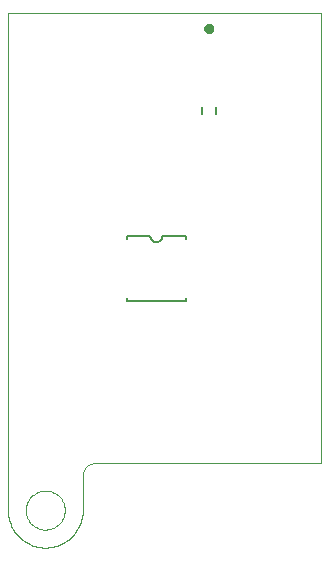
<source format=gto>
G75*
G70*
%OFA0B0*%
%FSLAX24Y24*%
%IPPOS*%
%LPD*%
%AMOC8*
5,1,8,0,0,1.08239X$1,22.5*
%
%ADD10C,0.0000*%
%ADD11C,0.0160*%
%ADD12C,0.0080*%
%ADD13C,0.0060*%
D10*
X000148Y001394D02*
X000148Y017953D01*
X010595Y017953D01*
X010595Y002953D01*
X003041Y002953D01*
X003002Y002951D01*
X002964Y002945D01*
X002927Y002936D01*
X002890Y002923D01*
X002855Y002906D01*
X002822Y002887D01*
X002791Y002864D01*
X002762Y002838D01*
X002736Y002809D01*
X002713Y002778D01*
X002694Y002745D01*
X002677Y002710D01*
X002664Y002673D01*
X002655Y002636D01*
X002649Y002598D01*
X002647Y002559D01*
X002648Y002559D02*
X002648Y001394D01*
X000748Y001394D02*
X000750Y001444D01*
X000756Y001494D01*
X000766Y001544D01*
X000779Y001592D01*
X000796Y001640D01*
X000817Y001686D01*
X000841Y001730D01*
X000869Y001772D01*
X000900Y001812D01*
X000934Y001849D01*
X000971Y001884D01*
X001010Y001915D01*
X001051Y001944D01*
X001095Y001969D01*
X001141Y001991D01*
X001188Y002009D01*
X001236Y002023D01*
X001285Y002034D01*
X001335Y002041D01*
X001385Y002044D01*
X001436Y002043D01*
X001486Y002038D01*
X001536Y002029D01*
X001584Y002017D01*
X001632Y002000D01*
X001678Y001980D01*
X001723Y001957D01*
X001766Y001930D01*
X001806Y001900D01*
X001844Y001867D01*
X001879Y001831D01*
X001912Y001792D01*
X001941Y001751D01*
X001967Y001708D01*
X001990Y001663D01*
X002009Y001616D01*
X002024Y001568D01*
X002036Y001519D01*
X002044Y001469D01*
X002048Y001419D01*
X002048Y001369D01*
X002044Y001319D01*
X002036Y001269D01*
X002024Y001220D01*
X002009Y001172D01*
X001990Y001125D01*
X001967Y001080D01*
X001941Y001037D01*
X001912Y000996D01*
X001879Y000957D01*
X001844Y000921D01*
X001806Y000888D01*
X001766Y000858D01*
X001723Y000831D01*
X001678Y000808D01*
X001632Y000788D01*
X001584Y000771D01*
X001536Y000759D01*
X001486Y000750D01*
X001436Y000745D01*
X001385Y000744D01*
X001335Y000747D01*
X001285Y000754D01*
X001236Y000765D01*
X001188Y000779D01*
X001141Y000797D01*
X001095Y000819D01*
X001051Y000844D01*
X001010Y000873D01*
X000971Y000904D01*
X000934Y000939D01*
X000900Y000976D01*
X000869Y001016D01*
X000841Y001058D01*
X000817Y001102D01*
X000796Y001148D01*
X000779Y001196D01*
X000766Y001244D01*
X000756Y001294D01*
X000750Y001344D01*
X000748Y001394D01*
X001398Y000144D02*
X001466Y000146D01*
X001533Y000151D01*
X001600Y000160D01*
X001667Y000173D01*
X001732Y000190D01*
X001797Y000209D01*
X001861Y000233D01*
X001923Y000260D01*
X001984Y000290D01*
X002042Y000323D01*
X002099Y000359D01*
X002154Y000399D01*
X002207Y000441D01*
X002258Y000487D01*
X002305Y000534D01*
X002351Y000585D01*
X002393Y000638D01*
X002433Y000693D01*
X002469Y000750D01*
X002502Y000808D01*
X002532Y000869D01*
X002559Y000931D01*
X002583Y000995D01*
X002602Y001060D01*
X002619Y001125D01*
X002632Y001192D01*
X002641Y001259D01*
X002646Y001326D01*
X002648Y001394D01*
X001398Y000144D02*
X001330Y000146D01*
X001263Y000151D01*
X001196Y000160D01*
X001129Y000173D01*
X001064Y000190D01*
X000999Y000209D01*
X000935Y000233D01*
X000873Y000260D01*
X000812Y000290D01*
X000754Y000323D01*
X000697Y000359D01*
X000642Y000399D01*
X000589Y000441D01*
X000538Y000487D01*
X000491Y000534D01*
X000445Y000585D01*
X000403Y000638D01*
X000363Y000693D01*
X000327Y000750D01*
X000294Y000808D01*
X000264Y000869D01*
X000237Y000931D01*
X000213Y000995D01*
X000194Y001060D01*
X000177Y001125D01*
X000164Y001192D01*
X000155Y001259D01*
X000150Y001326D01*
X000148Y001394D01*
D11*
X006765Y017453D02*
X006767Y017470D01*
X006772Y017487D01*
X006781Y017501D01*
X006793Y017514D01*
X006808Y017524D01*
X006824Y017530D01*
X006841Y017533D01*
X006858Y017532D01*
X006875Y017527D01*
X006890Y017519D01*
X006903Y017508D01*
X006914Y017494D01*
X006921Y017479D01*
X006925Y017462D01*
X006925Y017444D01*
X006921Y017427D01*
X006914Y017412D01*
X006903Y017398D01*
X006890Y017387D01*
X006875Y017379D01*
X006858Y017374D01*
X006841Y017373D01*
X006824Y017376D01*
X006808Y017382D01*
X006793Y017392D01*
X006781Y017405D01*
X006772Y017419D01*
X006767Y017436D01*
X006765Y017453D01*
D12*
X006079Y010526D02*
X005291Y010526D01*
X005292Y010526D02*
X005290Y010499D01*
X005285Y010473D01*
X005276Y010448D01*
X005263Y010424D01*
X005248Y010402D01*
X005229Y010382D01*
X005209Y010365D01*
X005186Y010351D01*
X005161Y010340D01*
X005135Y010333D01*
X005108Y010329D01*
X005082Y010329D01*
X005055Y010333D01*
X005029Y010340D01*
X005004Y010351D01*
X004981Y010365D01*
X004961Y010382D01*
X004942Y010402D01*
X004927Y010424D01*
X004914Y010448D01*
X004905Y010473D01*
X004900Y010499D01*
X004898Y010526D01*
X004110Y010526D01*
X004110Y010447D01*
X004110Y008459D02*
X004110Y008380D01*
X006079Y008380D01*
X006079Y008459D01*
X006079Y010447D02*
X006079Y010526D01*
D13*
X006608Y014585D02*
X006608Y014821D01*
X007081Y014821D02*
X007081Y014585D01*
M02*

</source>
